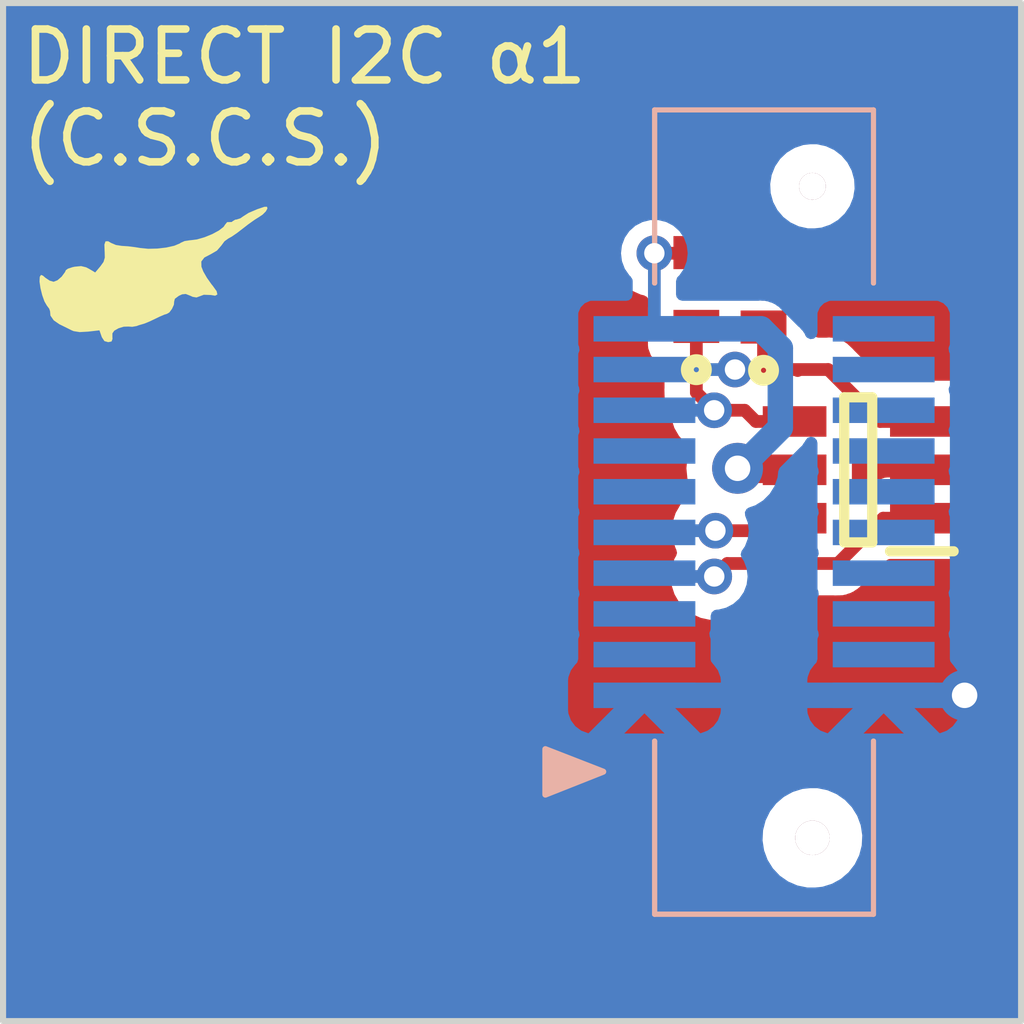
<source format=kicad_pcb>
(kicad_pcb (version 20221018) (generator pcbnew)
  (layers (0 "F.Cu" signal) (31 "B.Cu" signal) (34 "B.Paste" user) (35 "F.Paste" user) (36 "B.SilkS" user "B.Silkscreen") (37 "F.SilkS" user "F.Silkscreen") (38 "B.Mask" user) (39 "F.Mask" user) (44 "Edge.Cuts" user))
  (net 0 "")
  (net 1 "/VCC3")
  (net 3 "GND")
  (net 6 "/I2C_SDA")
  (net 7 "/I2C_SCL")
  (net 18 "/I2C_SCL_OUT")
  (net 19 "/I2C_SDA_OUT")
  (footprint "LOGO" (layer "F.Cu") (at 107.76 84.07)
    (fp_text reference "G***" hide)
    (fp_text value "LOGO" hide)
    (fp_poly (pts (xy 2.373641 -1.25332) (xy 2.342544 -1.196766) (xy 2.279721 -1.133868) (xy 2.220315 -1.093932) (xy 2.120051 -1.030433) (xy 1.993567 -0.940068) (xy 1.887705 -0.857909) (xy 1.773981 -0.770632) (xy 1.671585 -0.700684) (xy 1.606116 -0.66483) (xy 1.530948 -0.610315) (xy 1.467872 -0.525313) (xy 1.382157 -0.426473) (xy 1.264019 -0.357905) (xy 1.135218 -0.290681) (xy 1.074882 -0.212398) (xy 1.077337 -0.11017) (xy 1.113772 -0.016643) (xy 1.184765 0.107018) (xy 1.275058 0.234652) (xy 1.300581 0.265823) (xy 1.375563 0.369894) (xy 1.390812 0.435282) (xy 1.346847 0.459454) (xy 1.26363 0.445796) (xy 1.124534 0.440656) (xy 1.060821 0.464541) (xy 0.980069 0.494157) (xy 0.90382 0.481247) (xy 0.855214 0.459127) (xy 0.769204 0.425206) (xy 0.698437 0.432157) (xy 0.633377 0.461946) (xy 0.556168 0.519088) (xy 0.541758 0.572042) (xy 0.536694 0.636055) (xy 0.499055 0.718343) (xy 0.446628 0.78838) (xy 0.399734 0.815767) (xy 0.348481 0.831359) (xy 0.255167 0.871533) (xy 0.176475 0.90947) (xy 0.06221 0.963766) (xy -0.031819 1.003042) (xy -0.069932 1.01514) (xy -0.156832 1.040488) (xy -0.19529 1.055422) (xy -0.281961 1.070641) (xy -0.356214 1.065498) (xy -0.449548 1.068234) (xy -0.551666 1.099161) (xy -0.634943 1.146627) (xy -0.671715 1.198556) (xy -0.67192 1.272698) (xy -0.669384 1.307081) (xy -0.688056 1.358469) (xy -0.754188 1.371971) (xy -0.829068 1.351309) (xy -0.87798 1.27755) (xy -0.88605 1.255912) (xy -0.926508 1.139854) (xy -1.149602 1.165094) (xy -1.315325 1.174208) (xy -1.432488 1.155827) (xy -1.474304 1.138462) (xy -1.57706 1.087002) (xy -1.696782 1.028331) (xy -1.714185 1.019919) (xy -1.824771 0.943148) (xy -1.889453 0.849754) (xy -1.896749 0.764338) (xy -1.912751 0.716002) (xy -1.959832 0.653097) (xy -2.006998 0.572208) (xy -2.051029 0.448656) (xy -2.08542 0.309356) (xy -2.103665 0.181223) (xy -2.09926 0.091169) (xy -2.097167 0.084883) (xy -2.074124 0.050854) (xy -2.035448 0.065584) (xy -1.989708 0.105687) (xy -1.90448 0.163091) (xy -1.826506 0.185402) (xy -1.752004 0.156323) (xy -1.669188 0.085054) (xy -1.603289 -0.004456) (xy -1.586487 -0.042438) (xy -1.54524 -0.072072) (xy -1.456544 -0.101189) (xy -1.412331 -0.110641) (xy -1.286895 -0.122684) (xy -1.187828 -0.09894) (xy -1.130387 -0.068916) (xy -1.009692 0.002296) (xy -0.90874 -0.117678) (xy -0.845986 -0.20498) (xy -0.821145 -0.288904) (xy -0.823987 -0.405957) (xy -0.824981 -0.416578) (xy -0.829233 -0.545566) (xy -0.807783 -0.608763) (xy -0.756483 -0.61134) (xy -0.69634 -0.576892) (xy -0.601908 -0.536896) (xy -0.486213 -0.519173) (xy -0.480603 -0.519124) (xy -0.368329 -0.512082) (xy -0.222845 -0.493996) (xy -0.127321 -0.478148) (xy 0.031039 -0.462762) (xy 0.210653 -0.466936) (xy 0.389134 -0.487793) (xy 0.544096 -0.522457) (xy 0.653152 -0.568054) (xy 0.670365 -0.580607) (xy 0.7463 -0.614662) (xy 0.851857 -0.630261) (xy 0.860508 -0.630365) (xy 0.990445 -0.646789) (xy 1.140249 -0.690143) (xy 1.29025 -0.751546) (xy 1.420779 -0.822116) (xy 1.512167 -0.892974) (xy 1.542396 -0.938236) (xy 1.582102 -0.986371) (xy 1.615155 -0.986929) (xy 1.673355 -0.989244) (xy 1.688154 -1.002787) (xy 1.740341 -1.034367) (xy 1.769853 -1.038248) (xy 1.842471 -1.061805) (xy 1.899027 -1.101046) (xy 2.004025 -1.168128) (xy 2.172508 -1.239844) (xy 2.311988 -1.28701) (xy 2.365846 -1.288434)) (fill solid) (layer "F.SilkS"))
  )
  (footprint "SamacSys_Parts:ERJ3EK_(0603)" (layer "F.Cu") (at 118.56 84.4075 90)
    (fp_text reference "R1" hide)
    (fp_text value "ERJ-3EKF1002V" hide)
    (fp_circle (center -1.575 0) (end -1.625 0) (stroke (width 0.254)) (fill none) (layer "F.SilkS"))
    (pad "1" smd rect (at -0.725 0 90) (size 0.65 0.9) (layers "F.Cu" "F.Paste" "F.Mask") (net 7 "/I2C_SCL"))
    (pad "2" smd rect (at 0.725 0 90) (size 0.65 0.9) (layers "F.Cu" "F.Paste" "F.Mask") (net 1 "/VCC3"))
  )
  (footprint "SamacSys_Parts:ERJ3EK_(0603)" (layer "F.Cu") (at 119.88 84.42 90)
    (fp_text reference "R2" hide)
    (fp_text value "ERJ-3EKF1002V" hide)
    (fp_circle (center -1.575 0) (end -1.625 0) (stroke (width 0.254)) (fill none) (layer "F.SilkS"))
    (pad "1" smd rect (at -0.725 0 90) (size 0.65 0.9) (layers "F.Cu" "F.Paste" "F.Mask") (net 6 "/I2C_SDA"))
    (pad "2" smd rect (at 0.725 0 90) (size 0.65 0.9) (layers "F.Cu" "F.Paste" "F.Mask") (net 1 "/VCC3"))
  )
  (footprint "SamacSys_Parts:SOT95P280X145-6N" (layer "F.Cu") (at 121.74 87.95 180)
    (fp_text reference "D1" hide)
    (fp_text value "CM1231-02SO" hide)
    (fp_line (start -1.875 -1.6) (end -0.625 -1.6) (stroke (width 0.2)) (layer "F.SilkS"))
    (fp_line (start -0.275 -1.425) (end 0.275 -1.425) (stroke (width 0.2)) (layer "F.SilkS"))
    (fp_line (start -0.275 1.425) (end -0.275 -1.425) (stroke (width 0.2)) (layer "F.SilkS"))
    (fp_line (start 0.275 -1.425) (end 0.275 1.425) (stroke (width 0.2)) (layer "F.SilkS"))
    (fp_line (start 0.275 1.425) (end -0.275 1.425) (stroke (width 0.2)) (layer "F.SilkS"))
    (pad "1" smd rect (at -1.25 -0.95 270) (size 0.6 1.25) (layers "F.Cu" "F.Paste" "F.Mask") (net 19 "/I2C_SDA_OUT"))
    (pad "2" smd rect (at -1.25 0 270) (size 0.6 1.25) (layers "F.Cu" "F.Paste" "F.Mask") (net 3 "GND"))
    (pad "3" smd rect (at -1.25 0.95 270) (size 0.6 1.25) (layers "F.Cu" "F.Paste" "F.Mask") (net 6 "/I2C_SDA"))
    (pad "4" smd rect (at 1.25 0.95 270) (size 0.6 1.25) (layers "F.Cu" "F.Paste" "F.Mask") (net 7 "/I2C_SCL"))
    (pad "5" smd rect (at 1.25 0 270) (size 0.6 1.25) (layers "F.Cu" "F.Paste" "F.Mask") (net 1 "/VCC3"))
    (pad "6" smd rect (at 1.25 -0.95 270) (size 0.6 1.25) (layers "F.Cu" "F.Paste" "F.Mask") (net 18 "/I2C_SCL_OUT"))
  )
  (footprint "USIB2:IF_2020_20_MODULE_FX6" (layer "B.Cu") (at 114.94 88.78 -90)
    (fp_text reference "H1" hide)
    (fp_text value "IF_2020_20_MODULE_FX6" hide)
    (fp_line (start -7.9 -7.1) (end -7.9 -7.1) (stroke (width 0.1)) (layer "B.SilkS"))
    (fp_line (start -7.9 -7.1) (end -7.9 -7.1) (stroke (width 0.1)) (layer "B.SilkS"))
    (fp_line (start -7.9 -7.1) (end -7.9 -2.8) (stroke (width 0.1)) (layer "B.SilkS"))
    (fp_line (start -7.9 -7.1) (end -4.5 -7.1) (stroke (width 0.1)) (layer "B.SilkS"))
    (fp_line (start -7.9 -2.8) (end -7.9 -7.1) (stroke (width 0.1)) (layer "B.SilkS"))
    (fp_line (start -7.9 -2.8) (end -7.9 -2.8) (stroke (width 0.1)) (layer "B.SilkS"))
    (fp_line (start -7.9 -2.8) (end -7.9 -2.8) (stroke (width 0.1)) (layer "B.SilkS"))
    (fp_line (start -7.9 -2.8) (end -4.5 -2.8) (stroke (width 0.1)) (layer "B.SilkS"))
    (fp_line (start -4.5 -7.1) (end -7.9 -7.1) (stroke (width 0.1)) (layer "B.SilkS"))
    (fp_line (start -4.5 -7.1) (end -4.5 -7.1) (stroke (width 0.1)) (layer "B.SilkS"))
    (fp_line (start -4.5 -2.8) (end -7.9 -2.8) (stroke (width 0.1)) (layer "B.SilkS"))
    (fp_line (start -4.5 -2.8) (end -4.5 -2.8) (stroke (width 0.1)) (layer "B.SilkS"))
    (fp_line (start 4.5 -7.1) (end 4.5 -7.1) (stroke (width 0.1)) (layer "B.SilkS"))
    (fp_line (start 4.5 -7.1) (end 7.9 -7.1) (stroke (width 0.1)) (layer "B.SilkS"))
    (fp_line (start 4.5 -2.8) (end 4.5 -2.8) (stroke (width 0.1)) (layer "B.SilkS"))
    (fp_line (start 4.5 -2.8) (end 7.9 -2.8) (stroke (width 0.1)) (layer "B.SilkS"))
    (fp_line (start 7.9 -7.1) (end 4.5 -7.1) (stroke (width 0.1)) (layer "B.SilkS"))
    (fp_line (start 7.9 -7.1) (end 7.9 -7.1) (stroke (width 0.1)) (layer "B.SilkS"))
    (fp_line (start 7.9 -7.1) (end 7.9 -7.1) (stroke (width 0.1)) (layer "B.SilkS"))
    (fp_line (start 7.9 -7.1) (end 7.9 -2.8) (stroke (width 0.1)) (layer "B.SilkS"))
    (fp_line (start 7.9 -2.8) (end 4.5 -2.8) (stroke (width 0.1)) (layer "B.SilkS"))
    (fp_line (start 7.9 -2.8) (end 7.9 -7.1) (stroke (width 0.1)) (layer "B.SilkS"))
    (fp_line (start 7.9 -2.8) (end 7.9 -2.8) (stroke (width 0.1)) (layer "B.SilkS"))
    (fp_line (start 7.9 -2.8) (end 7.9 -2.8) (stroke (width 0.1)) (layer "B.SilkS"))
    (fp_poly (pts (xy 4.658029 -0.654) (xy 5.55 -0.654) (xy 5.1 -1.79)) (stroke (width 0.12)) (fill solid) (layer "B.SilkS"))
    (fp_rect (start -10 10) (end 10 -10) (stroke (width 0.12)) (fill none) (layer "Edge.Cuts"))
    (pad "1" smd rect (at 3.6 -2.6 270) (size 0.5 2) (layers "B.Cu" "B.Paste" "B.Mask") (net 3 "GND"))
    (pad "2" smd rect (at 2.8 -2.6 270) (size 0.5 2) (layers "B.Cu" "B.Paste" "B.Mask"))
    (pad "3" smd rect (at 2 -2.6 270) (size 0.5 2) (layers "B.Cu" "B.Paste" "B.Mask"))
    (pad "4" smd rect (at 1.2 -2.6 270) (size 0.5 2) (layers "B.Cu" "B.Paste" "B.Mask") (net 19 "/I2C_SDA_OUT"))
    (pad "5" smd rect (at 0.4 -2.6 270) (size 0.5 2) (layers "B.Cu" "B.Paste" "B.Mask") (net 18 "/I2C_SCL_OUT"))
    (pad "6" smd rect (at -0.4 -2.6 270) (size 0.5 2) (layers "B.Cu" "B.Paste" "B.Mask"))
    (pad "7" smd rect (at -1.2 -2.6 270) (size 0.5 2) (layers "B.Cu" "B.Paste" "B.Mask"))
    (pad "8" smd rect (at -2 -2.6 270) (size 0.5 2) (layers "B.Cu" "B.Paste" "B.Mask") (net 7 "/I2C_SCL"))
    (pad "9" smd rect (at -2.8 -2.6 270) (size 0.5 2) (layers "B.Cu" "B.Paste" "B.Mask") (net 6 "/I2C_SDA"))
    (pad "10" smd rect (at -3.6 -2.6 270) (size 0.5 2) (layers "B.Cu" "B.Paste" "B.Mask") (net 1 "/VCC3"))
    (pad "11" smd rect (at -3.6 -7.3 270) (size 0.5 2) (layers "B.Cu" "B.Paste" "B.Mask"))
    (pad "12" smd rect (at -2.8 -7.3 270) (size 0.5 2) (layers "B.Cu" "B.Paste" "B.Mask"))
    (pad "13" smd rect (at -2 -7.3 270) (size 0.5 2) (layers "B.Cu" "B.Paste" "B.Mask"))
    (pad "14" smd rect (at -1.2 -7.3 270) (size 0.5 2) (layers "B.Cu" "B.Paste" "B.Mask"))
    (pad "15" smd rect (at -0.4 -7.3 270) (size 0.5 2) (layers "B.Cu" "B.Paste" "B.Mask"))
    (pad "16" smd rect (at 0.4 -7.3 270) (size 0.5 2) (layers "B.Cu" "B.Paste" "B.Mask"))
    (pad "17" smd rect (at 1.2 -7.3 270) (size 0.5 2) (layers "B.Cu" "B.Paste" "B.Mask"))
    (pad "18" smd rect (at 2 -7.3 270) (size 0.5 2) (layers "B.Cu" "B.Paste" "B.Mask"))
    (pad "19" smd rect (at 2.8 -7.3 270) (size 0.5 2) (layers "B.Cu" "B.Paste" "B.Mask"))
    (pad "20" smd rect (at 3.6 -7.3 270) (size 0.5 2) (layers "B.Cu" "B.Paste" "B.Mask") (net 3 "GND"))
    (pad "MH1" thru_hole circle (at 6.4 -5.9 180) (size 0.675 0.675) (drill 1.35) (layers "*.Cu" "*.Mask" "B.SilkS"))
    (pad "MH2" thru_hole circle (at -6.4 -5.9 180) (size 0.525 0.525) (drill 1.05) (layers "*.Cu" "*.Mask" "B.SilkS"))
  )
  (gr_text "DIRECT I2C α1\n(C.S.C.S.)" (at 105.24 82.03) (layer "F.SilkS") (effects (font (size 1 1)) (justify left bottom)))
  (segment (start 119.24 83.695) (end 118.5725 83.695) (width 0.25) (layer "F.Cu") (net 1))
  (segment (start 119.41 87.96) (end 120.63 87.96) (width 0.5) (layer "F.Cu") (net 1))
  (segment (start 119.37 87.92) (end 119.41 87.96) (width 0.5) (layer "F.Cu") (net 1))
  (segment (start 117.735 83.695) (end 119.24 83.695) (width 0.25) (layer "F.Cu") (net 1))
  (segment (start 120.63 87.96) (end 120.64 87.97) (width 0.5) (layer "F.Cu") (net 1))
  (segment (start 118.5725 83.695) (end 118.56 83.6825) (width 0.25) (layer "F.Cu") (net 1))
  (segment (start 119.88 83.695) (end 119.24 83.695) (width 0.25) (layer "F.Cu") (net 1))
  (via (at 119.37 87.92) (size 1) (drill 0.5) (layers "F.Cu" "B.Cu") (net 1))
  (via (at 117.735 83.695) (size 0.7) (drill 0.4) (layers "F.Cu" "B.Cu") (net 1))
  (segment (start 119.41 87.92) (end 120.21 87.12) (width 0.5) (layer "B.Cu") (net 1))
  (segment (start 120.21 87.12) (end 120.21 85.56) (width 0.5) (layer "B.Cu") (net 1))
  (segment (start 119.37 87.92) (end 119.41 87.92) (width 0.5) (layer "B.Cu") (net 1))
  (segment (start 119.83 85.18) (end 117.54 85.18) (width 0.5) (layer "B.Cu") (net 1))
  (segment (start 117.735 85.18) (end 119 85.18) (width 0.25) (layer "B.Cu") (net 1))
  (segment (start 120.21 85.56) (end 119.83 85.18) (width 0.5) (layer "B.Cu") (net 1))
  (segment (start 119.37 87.96) (end 119.36 87.97) (width 0.5) (layer "B.Cu") (net 1))
  (segment (start 119.36 87.97) (end 119.35 87.97) (width 0.5) (layer "B.Cu") (net 1))
  (segment (start 117.735 83.695) (end 117.735 85.18) (width 0.25) (layer "B.Cu") (net 1))
  (segment (start 119.37 87.92) (end 119.37 87.96) (width 0.5) (layer "B.Cu") (net 1))
  (segment (start 123.83 92.38) (end 123.75 92.38) (width 0.5) (layer "F.Cu") (net 3))
  (segment (start 123.82 87.97) (end 124.19 88.34) (width 0.5) (layer "F.Cu") (net 3))
  (segment (start 123.14 87.97) (end 123.82 87.97) (width 0.5) (layer "F.Cu") (net 3))
  (segment (start 124.19 88.34) (end 124.19 92.02) (width 0.5) (layer "F.Cu") (net 3))
  (segment (start 123.75 92.38) (end 123.8 92.33) (width 0.5) (layer "F.Cu") (net 3))
  (segment (start 124.19 92.02) (end 123.83 92.38) (width 0.5) (layer "F.Cu") (net 3))
  (via (at 123.83 92.38) (size 1) (drill 0.5) (layers "F.Cu" "B.Cu") (net 3))
  (segment (start 117.54 92.38) (end 123.83 92.38) (width 0.5) (layer "B.Cu") (net 3))
  (segment (start 122.17 87) (end 123.22 87) (width 0.25) (layer "F.Cu") (net 6))
  (segment (start 121.1495 85.9795) (end 122.17 87) (width 0.25) (layer "F.Cu") (net 6))
  (segment (start 119.88 85.74) (end 119.88 85.145) (width 0.25) (layer "F.Cu") (net 6))
  (segment (start 120.1195 85.9795) (end 119.88 85.74) (width 0.25) (layer "F.Cu") (net 6))
  (segment (start 120.55 86) (end 120.55 86) (width 0.25) (layer "F.Cu") (net 6))
  (segment (start 119.319199 85.9795) (end 120.1195 85.9795) (width 0.25) (layer "F.Cu") (net 6))
  (segment (start 123.22 87) (end 123.35 86.87) (width 0.25) (layer "F.Cu") (net 6))
  (segment (start 119.319199 85.9795) (end 121.1495 85.9795) (width 0.25) (layer "F.Cu") (net 6))
  (via (at 119.319199 85.9795) (size 0.7) (drill 0.4) (layers "F.Cu" "B.Cu") (net 6))
  (segment (start 119.319199 85.9795) (end 119.318699 85.98) (width 0.25) (layer "B.Cu") (net 6))
  (segment (start 119.318699 85.98) (end 117.54 85.98) (width 0.25) (layer "B.Cu") (net 6))
  (segment (start 119.73 87) (end 120.72 87) (width 0.25) (layer "F.Cu") (net 7))
  (segment (start 118.91 86.78) (end 119.51 86.78) (width 0.25) (layer "F.Cu") (net 7))
  (segment (start 120.72 87) (end 120.85 86.87) (width 0.25) (layer "F.Cu") (net 7))
  (segment (start 118.91 86.78) (end 118.56 86.43) (width 0.25) (layer "F.Cu") (net 7))
  (segment (start 118.91 86.78) (end 118.94 86.75) (width 0.25) (layer "F.Cu") (net 7))
  (segment (start 118.56 86.43) (end 118.56 85.1325) (width 0.25) (layer "F.Cu") (net 7))
  (segment (start 119.51 86.78) (end 119.73 87) (width 0.25) (layer "F.Cu") (net 7))
  (via (at 118.91 86.78) (size 0.7) (drill 0.4) (layers "F.Cu" "B.Cu") (net 7))
  (segment (start 118.91 86.78) (end 117.54 86.78) (width 0.25) (layer "B.Cu") (net 7))
  (segment (start 119.634047 89.145953) (end 118.934698 89.145953) (width 0.25) (layer "F.Cu") (net 18))
  (segment (start 119.88 88.9) (end 119.634047 89.145953) (width 0.25) (layer "F.Cu") (net 18))
  (segment (start 120.72 88.9) (end 119.88 88.9) (width 0.25) (layer "F.Cu") (net 18))
  (segment (start 120.85 88.77) (end 120.72 88.9) (width 0.25) (layer "F.Cu") (net 18))
  (via (at 118.934698 89.145953) (size 0.7) (drill 0.4) (layers "F.Cu" "B.Cu") (net 18))
  (segment (start 117.574047 89.145953) (end 117.54 89.18) (width 0.25) (layer "B.Cu") (net 18))
  (segment (start 118.934698 89.145953) (end 117.574047 89.145953) (width 0.25) (layer "B.Cu") (net 18))
  (segment (start 122.23 88.9) (end 123.22 88.9) (width 0.25) (layer "F.Cu") (net 19))
  (segment (start 118.911744 90.045162) (end 118.966582 90.1) (width 0.25) (layer "F.Cu") (net 19))
  (segment (start 118.911744 90.045162) (end 119.166906 89.79) (width 0.25) (layer "F.Cu") (net 19))
  (segment (start 118.966582 90.1) (end 119.01 90.1) (width 0.25) (layer "F.Cu") (net 19))
  (segment (start 121.34 89.79) (end 122.23 88.9) (width 0.25) (layer "F.Cu") (net 19))
  (segment (start 119.166906 89.79) (end 121.34 89.79) (width 0.25) (layer "F.Cu") (net 19))
  (segment (start 123.22 88.9) (end 123.35 88.77) (width 0.25) (layer "F.Cu") (net 19))
  (via (at 118.911744 90.045162) (size 0.7) (drill 0.4) (layers "F.Cu" "B.Cu") (net 19))
  (segment (start 118.911744 90.045162) (end 117.605162 90.045162) (width 0.25) (layer "B.Cu") (net 19))
  (segment (start 117.605162 90.045162) (end 117.54 89.98) (width 0.25) (layer "B.Cu") (net 19))
  (zone (net 3) (net_name "GND") (layer "F.Cu") (priority 1) (connect_pads yes (clearance 0.5)) (min_thickness 0.25) (fill yes (thermal_gap 0.5) (thermal_bridge_width 0.5))
    (polygon (pts (xy 104.94 78.78) (xy 124.94 78.78) (xy 124.94 98.78) (xy 104.94 98.78)))
  )
  (zone (net 3) (net_name "GND") (layer "B.Cu") (connect_pads (clearance 0.3)) (min_thickness 0.25) (fill yes (thermal_gap 0.5) (thermal_bridge_width 0.5))
    (polygon (pts (xy 104.95 78.78) (xy 124.94 78.78) (xy 124.93 98.77) (xy 104.94 98.78)))
  )
)
</source>
